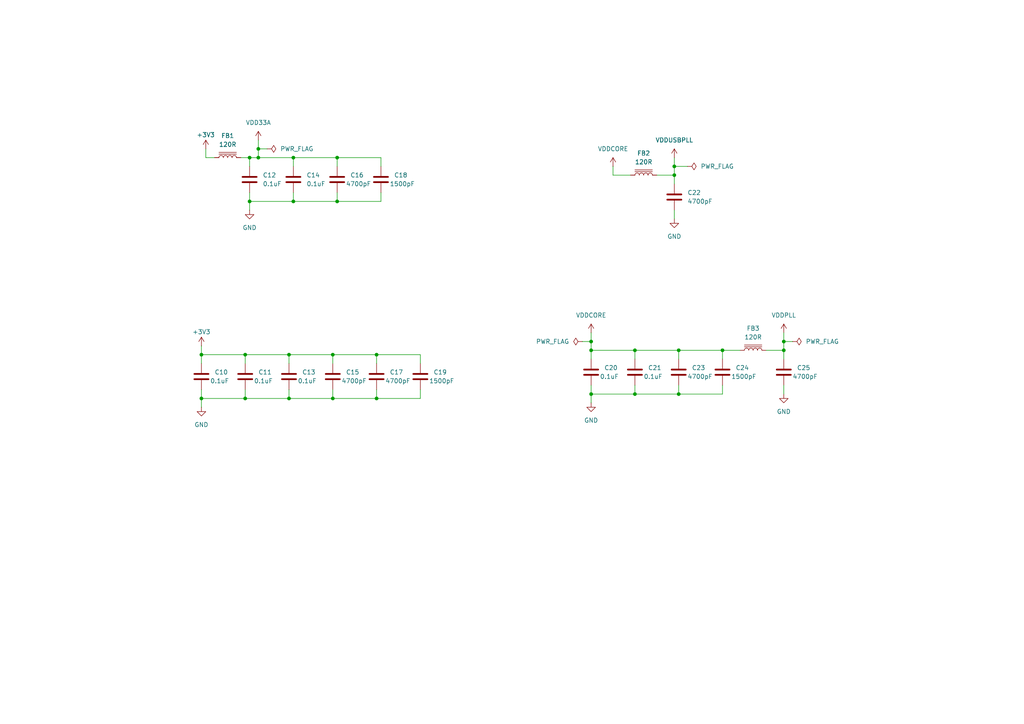
<source format=kicad_sch>
(kicad_sch (version 20250114) (generator "eeschema") (generator_version "9.0")
  (paper "A4")
  (title_block (title "uEther") (rev "rev B"))
  (lib_symbols
    (symbol "Device:C" (pin_numbers (hide yes)) (pin_names (offset 0.254))
      (property "Reference" "C" (at 0.635 2.54 0))
      (property "Value" "C" (at 0.635 -2.54 0))
      (symbol "C_0_1"
        (polyline (pts (xy -2.032 0.762) (xy 2.032 0.762)) (stroke (width 0.508)))
        (polyline (pts (xy -2.032 -0.762) (xy 2.032 -0.762)) (stroke (width 0.508)))
      )
      (symbol "C_1_1"
        (pin passive line (at 0 3.81 270) (length 2.794) (name "~") (number "1"))
        (pin passive line (at 0 -3.81 90) (length 2.794) (name "~") (number "2"))
      )
    )
    (symbol "Device:L_Iron" (pin_numbers (hide yes)) (pin_names (offset 1.016) (hide yes))
      (property "Reference" "L" (at -1.27 0 90))
      (property "Value" "L_Iron" (at 2.794 0 90))
      (symbol "L_Iron_0_1"
        (arc (start 0 2.54) (mid 0.6323 1.905) (end 0 1.27))
        (arc (start 0 1.27) (mid 0.6323 0.635) (end 0 0))
        (arc (start 0 0) (mid 0.6323 -0.635) (end 0 -1.27))
        (arc (start 0 -1.27) (mid 0.6323 -1.905) (end 0 -2.54))
        (polyline (pts (xy 1.016 2.54) (xy 1.016 -2.54)))
        (polyline (pts (xy 1.524 -2.54) (xy 1.524 2.54)))
      )
      (symbol "L_Iron_1_1"
        (pin passive line (at 0 3.81 270) (length 1.27) (name "1") (number "1"))
        (pin passive line (at 0 -3.81 90) (length 1.27) (name "2") (number "2"))
      )
    )
    (symbol "power:+3V3" (power) (pin_numbers (hide yes)) (pin_names (offset 0) (hide yes))
      (property "Value" "+3V3" (at 0 3.556 0))
      (symbol "+3V3_0_1"
        (polyline (pts (xy -0.762 1.27) (xy 0 2.54)))
        (polyline (pts (xy 0 2.54) (xy 0.762 1.27)))
        (polyline (pts (xy 0 0) (xy 0 2.54)))
      )
      (symbol "+3V3_1_1"
        (pin power_in line (at 0 0 90) (length 0) (name "~") (number "1"))
      )
    )
    (symbol "power:GND" (power) (pin_numbers (hide yes)) (pin_names (offset 0) (hide yes))
      (property "Value" "GND" (at 0 -3.81 0))
      (symbol "GND_0_1"
        (polyline (pts (xy 0 0) (xy 0 -1.27) (xy 1.27 -1.27) (xy 0 -2.54) (xy -1.27 -1.27) (xy 0 -1.27)))
      )
      (symbol "GND_1_1"
        (pin power_in line (at 0 0 270) (length 0) (name "~") (number "1"))
      )
    )
    (symbol "power:PWR_FLAG" (power) (pin_numbers (hide yes)) (pin_names (offset 0) (hide yes))
      (property "Value" "PWR_FLAG" (at 0 3.81 0))
      (symbol "PWR_FLAG_0_0"
        (pin power_out line (at 0 0 90) (length 0) (name "~") (number "1"))
      )
      (symbol "PWR_FLAG_0_1"
        (polyline (pts (xy 0 0) (xy 0 1.27) (xy -1.016 1.905) (xy 0 2.54) (xy 1.016 1.905) (xy 0 1.27)))
      )
    )
  )
  (junction (at 97.79 45.72))
  (junction (at 72.39 58.42))
  (junction (at 71.12 102.87))
  (junction (at 83.82 102.87))
  (junction (at 83.82 115.57))
  (junction (at 97.79 58.42))
  (junction (at 195.58 50.8))
  (junction (at 85.09 45.72))
  (junction (at 227.33 101.6))
  (junction (at 109.22 102.87))
  (junction (at 196.85 114.3))
  (junction (at 71.12 115.57))
  (junction (at 171.45 99.06))
  (junction (at 184.15 101.6))
  (junction (at 227.33 99.06))
  (junction (at 74.93 43.18))
  (junction (at 195.58 48.26))
  (junction (at 74.93 45.72))
  (junction (at 96.52 115.57))
  (junction (at 171.45 101.6))
  (junction (at 96.52 102.87))
  (junction (at 109.22 115.57))
  (junction (at 58.42 102.87))
  (junction (at 196.85 101.6))
  (junction (at 209.55 101.6))
  (junction (at 171.45 114.3))
  (junction (at 184.15 114.3))
  (junction (at 85.09 58.42))
  (junction (at 58.42 115.57))
  (junction (at 72.39 45.72))
  (wire (pts (xy 85.09 45.72) (xy 74.93 45.72)))
  (wire (pts (xy 96.52 102.87) (xy 109.22 102.87)))
  (wire (pts (xy 110.49 48.26) (xy 110.49 45.72)))
  (wire (pts (xy 72.39 45.72) (xy 74.93 45.72)))
  (wire (pts (xy 209.55 101.6) (xy 214.63 101.6)))
  (wire (pts (xy 59.69 45.72) (xy 62.23 45.72)))
  (wire (pts (xy 195.58 48.26) (xy 195.58 45.72)))
  (wire (pts (xy 74.93 45.72) (xy 74.93 43.18)))
  (wire (pts (xy 209.55 101.6) (xy 209.55 104.14)))
  (wire (pts (xy 195.58 60.96) (xy 195.58 63.5)))
  (wire (pts (xy 195.58 50.8) (xy 195.58 53.34)))
  (wire (pts (xy 58.42 115.57) (xy 58.42 118.11)))
  (wire (pts (xy 109.22 113.03) (xy 109.22 115.57)))
  (wire (pts (xy 227.33 111.76) (xy 227.33 114.3)))
  (wire (pts (xy 184.15 101.6) (xy 184.15 104.14)))
  (wire (pts (xy 171.45 99.06) (xy 171.45 101.6)))
  (wire (pts (xy 195.58 48.26) (xy 199.39 48.26)))
  (wire (pts (xy 227.33 99.06) (xy 227.33 96.52)))
  (wire (pts (xy 71.12 115.57) (xy 58.42 115.57)))
  (wire (pts (xy 227.33 99.06) (xy 229.87 99.06)))
  (wire (pts (xy 190.5 50.8) (xy 195.58 50.8)))
  (wire (pts (xy 71.12 113.03) (xy 71.12 115.57)))
  (wire (pts (xy 196.85 114.3) (xy 184.15 114.3)))
  (wire (pts (xy 83.82 115.57) (xy 71.12 115.57)))
  (wire (pts (xy 171.45 114.3) (xy 171.45 116.84)))
  (wire (pts (xy 59.69 43.18) (xy 59.69 45.72)))
  (wire (pts (xy 97.79 58.42) (xy 85.09 58.42)))
  (wire (pts (xy 109.22 102.87) (xy 121.92 102.87)))
  (wire (pts (xy 184.15 114.3) (xy 171.45 114.3)))
  (wire (pts (xy 184.15 101.6) (xy 196.85 101.6)))
  (wire (pts (xy 72.39 58.42) (xy 72.39 60.96)))
  (wire (pts (xy 171.45 101.6) (xy 184.15 101.6)))
  (wire (pts (xy 227.33 101.6) (xy 227.33 104.14)))
  (wire (pts (xy 121.92 113.03) (xy 121.92 115.57)))
  (wire (pts (xy 110.49 55.88) (xy 110.49 58.42)))
  (wire (pts (xy 196.85 101.6) (xy 209.55 101.6)))
  (wire (pts (xy 74.93 43.18) (xy 77.47 43.18)))
  (wire (pts (xy 74.93 43.18) (xy 74.93 40.64)))
  (wire (pts (xy 109.22 115.57) (xy 96.52 115.57)))
  (wire (pts (xy 72.39 45.72) (xy 72.39 48.26)))
  (wire (pts (xy 196.85 111.76) (xy 196.85 114.3)))
  (wire (pts (xy 83.82 113.03) (xy 83.82 115.57)))
  (wire (pts (xy 69.85 45.72) (xy 72.39 45.72)))
  (wire (pts (xy 97.79 55.88) (xy 97.79 58.42)))
  (wire (pts (xy 184.15 111.76) (xy 184.15 114.3)))
  (wire (pts (xy 222.25 101.6) (xy 227.33 101.6)))
  (wire (pts (xy 83.82 105.41) (xy 83.82 102.87)))
  (wire (pts (xy 85.09 58.42) (xy 72.39 58.42)))
  (wire (pts (xy 195.58 50.8) (xy 195.58 48.26)))
  (wire (pts (xy 227.33 101.6) (xy 227.33 99.06)))
  (wire (pts (xy 83.82 102.87) (xy 96.52 102.87)))
  (wire (pts (xy 171.45 101.6) (xy 171.45 104.14)))
  (wire (pts (xy 209.55 114.3) (xy 196.85 114.3)))
  (wire (pts (xy 110.49 45.72) (xy 97.79 45.72)))
  (wire (pts (xy 121.92 105.41) (xy 121.92 102.87)))
  (wire (pts (xy 96.52 102.87) (xy 96.52 105.41)))
  (wire (pts (xy 209.55 111.76) (xy 209.55 114.3)))
  (wire (pts (xy 110.49 58.42) (xy 97.79 58.42)))
  (wire (pts (xy 85.09 55.88) (xy 85.09 58.42)))
  (wire (pts (xy 171.45 114.3) (xy 171.45 111.76)))
  (wire (pts (xy 177.8 48.26) (xy 177.8 50.8)))
  (wire (pts (xy 58.42 100.33) (xy 58.42 102.87)))
  (wire (pts (xy 71.12 102.87) (xy 83.82 102.87)))
  (wire (pts (xy 96.52 113.03) (xy 96.52 115.57)))
  (wire (pts (xy 177.8 50.8) (xy 182.88 50.8)))
  (wire (pts (xy 168.91 99.06) (xy 171.45 99.06)))
  (wire (pts (xy 97.79 45.72) (xy 97.79 48.26)))
  (wire (pts (xy 58.42 115.57) (xy 58.42 113.03)))
  (wire (pts (xy 171.45 96.52) (xy 171.45 99.06)))
  (wire (pts (xy 109.22 102.87) (xy 109.22 105.41)))
  (wire (pts (xy 96.52 115.57) (xy 83.82 115.57)))
  (wire (pts (xy 85.09 48.26) (xy 85.09 45.72)))
  (wire (pts (xy 72.39 58.42) (xy 72.39 55.88)))
  (wire (pts (xy 97.79 45.72) (xy 85.09 45.72)))
  (wire (pts (xy 58.42 102.87) (xy 58.42 105.41)))
  (wire (pts (xy 196.85 104.14) (xy 196.85 101.6)))
  (wire (pts (xy 58.42 102.87) (xy 71.12 102.87)))
  (wire (pts (xy 121.92 115.57) (xy 109.22 115.57)))
  (wire (pts (xy 71.12 102.87) (xy 71.12 105.41)))
  (symbol (lib_id "Device:C") (at 196.85 107.95 0) (unit 1)
    (property "Reference" "C23" (at 200.66 106.6799 0) (effects (justify left)))
    (property "Value" "4700pF" (at 199.39 109.22 0) (effects (justify left)))
    (property "Footprint" "Capacitor_SMD:C_0603_1608Metric" (effects (hide yes)))
    (property "Description" "Unpolarized capacitor" (effects (hide yes)))
  )
  (symbol (lib_id "Device:L_Iron") (at 218.44 101.6 90) (unit 1)
    (property "Reference" "FB3" (at 218.44 95.25 90))
    (property "Value" "120R" (at 218.44 97.79 90))
    (property "Footprint" "Inductor_SMD:L_0603_1608Metric" (effects (hide yes)))
    (property "Description" "Inductor with iron core" (effects (hide yes)))
  )
  (symbol (lib_id "power:+3V3") (at 59.69 43.18 0) (unit 1)
    (property "Reference" "#PWR031" (effects (hide yes)))
    (property "Value" "+3V3" (at 59.69 39.116 0))
    (property "Description" "Power symbol creates a global label with name \"+3V3\"" (effects (hide yes)))
  )
  (symbol (lib_id "Device:L_Iron") (at 66.04 45.72 90) (unit 1)
    (property "Reference" "FB1" (at 66.04 39.37 90))
    (property "Value" "120R" (at 66.04 41.91 90))
    (property "Footprint" "Inductor_SMD:L_0603_1608Metric" (effects (hide yes)))
    (property "Description" "Inductor with iron core" (effects (hide yes)))
  )
  (symbol (lib_id "Device:C") (at 109.22 109.22 0) (unit 1)
    (property "Reference" "C17" (at 113.03 107.9499 0) (effects (justify left)))
    (property "Value" "4700pF" (at 111.76 110.49 0) (effects (justify left)))
    (property "Footprint" "Capacitor_SMD:C_0603_1608Metric" (effects (hide yes)))
    (property "Description" "Unpolarized capacitor" (effects (hide yes)))
  )
  (symbol (lib_id "power:PWR_FLAG") (at 199.39 48.26 270) (unit 1)
    (property "Reference" "#FLG04" (effects (hide yes)))
    (property "Value" "PWR_FLAG" (at 203.2 48.2599 90) (effects (justify left)))
    (property "Description" "Special symbol for telling ERC where power comes from" (effects (hide yes)))
  )
  (symbol (lib_id "Device:C") (at 71.12 109.22 0) (unit 1)
    (property "Reference" "C11" (at 74.93 107.9499 0) (effects (justify left)))
    (property "Value" "0.1uF" (at 73.66 110.49 0) (effects (justify left)))
    (property "Footprint" "Capacitor_SMD:C_0603_1608Metric" (effects (hide yes)))
    (property "Description" "Unpolarized capacitor" (effects (hide yes)))
  )
  (symbol (lib_id "Device:C") (at 83.82 109.22 0) (unit 1)
    (property "Reference" "C13" (at 87.63 107.9499 0) (effects (justify left)))
    (property "Value" "0.1uF" (at 86.36 110.49 0) (effects (justify left)))
    (property "Footprint" "Capacitor_SMD:C_0603_1608Metric" (effects (hide yes)))
    (property "Description" "Unpolarized capacitor" (effects (hide yes)))
  )
  (symbol (lib_id "power:+3V3") (at 177.8 48.26 0) (unit 1)
    (property "Reference" "#PWR036" (effects (hide yes)))
    (property "Value" "VDDCORE" (at 177.8 43.18 0))
  )
  (symbol (lib_id "power:PWR_FLAG") (at 168.91 99.06 90) (unit 1)
    (property "Reference" "#FLG03" (effects (hide yes)))
    (property "Value" "PWR_FLAG" (at 165.1 99.0599 90) (effects (justify left)))
    (property "Description" "Special symbol for telling ERC where power comes from" (effects (hide yes)))
  )
  (symbol (lib_id "power:+3V3") (at 195.58 45.72 0) (unit 1)
    (property "Reference" "#PWR037" (effects (hide yes)))
    (property "Value" "VDDUSBPLL" (at 195.58 40.64 0))
  )
  (symbol (lib_id "power:GND") (at 195.58 63.5 0) (unit 1)
    (property "Reference" "#PWR038" (effects (hide yes)))
    (property "Value" "GND" (at 195.58 68.58 0))
    (property "Description" "Power symbol creates a global label with name \"GND\" , ground" (effects (hide yes)))
  )
  (symbol (lib_id "power:GND") (at 227.33 114.3 0) (unit 1)
    (property "Reference" "#PWR040" (effects (hide yes)))
    (property "Value" "GND" (at 227.33 119.38 0))
    (property "Description" "Power symbol creates a global label with name \"GND\" , ground" (effects (hide yes)))
  )
  (symbol (lib_id "power:+3V3") (at 74.93 40.64 0) (unit 1)
    (property "Reference" "#PWR033" (effects (hide yes)))
    (property "Value" "VDD33A" (at 74.93 35.56 0))
  )
  (symbol (lib_id "Device:C") (at 121.92 109.22 0) (unit 1)
    (property "Reference" "C19" (at 125.73 107.9499 0) (effects (justify left)))
    (property "Value" "1500pF" (at 124.46 110.49 0) (effects (justify left)))
    (property "Footprint" "Capacitor_SMD:C_0603_1608Metric" (effects (hide yes)))
    (property "Description" "Unpolarized capacitor" (effects (hide yes)))
  )
  (symbol (lib_id "Device:C") (at 195.58 57.15 0) (unit 1)
    (property "Reference" "C22" (at 199.39 55.8799 0) (effects (justify left)))
    (property "Value" "4700pF" (at 199.39 58.4199 0) (effects (justify left)))
    (property "Footprint" "Capacitor_SMD:C_0603_1608Metric" (effects (hide yes)))
    (property "Description" "Unpolarized capacitor" (effects (hide yes)))
  )
  (symbol (lib_id "Device:C") (at 209.55 107.95 0) (unit 1)
    (property "Reference" "C24" (at 213.36 106.6799 0) (effects (justify left)))
    (property "Value" "1500pF" (at 212.09 109.22 0) (effects (justify left)))
    (property "Footprint" "Capacitor_SMD:C_0603_1608Metric" (effects (hide yes)))
    (property "Description" "Unpolarized capacitor" (effects (hide yes)))
  )
  (symbol (lib_id "power:GND") (at 58.42 118.11 0) (unit 1)
    (property "Reference" "#PWR030" (effects (hide yes)))
    (property "Value" "GND" (at 58.42 123.19 0))
    (property "Description" "Power symbol creates a global label with name \"GND\" , ground" (effects (hide yes)))
  )
  (symbol (lib_id "Device:C") (at 85.09 52.07 0) (unit 1)
    (property "Reference" "C14" (at 88.9 50.7999 0) (effects (justify left)))
    (property "Value" "0.1uF" (at 88.9 53.3399 0) (effects (justify left)))
    (property "Footprint" "Capacitor_SMD:C_0603_1608Metric" (effects (hide yes)))
    (property "Description" "Unpolarized capacitor" (effects (hide yes)))
  )
  (symbol (lib_id "power:GND") (at 72.39 60.96 0) (unit 1)
    (property "Reference" "#PWR032" (effects (hide yes)))
    (property "Value" "GND" (at 72.39 66.04 0))
    (property "Description" "Power symbol creates a global label with name \"GND\" , ground" (effects (hide yes)))
  )
  (symbol (lib_id "Device:C") (at 96.52 109.22 0) (unit 1)
    (property "Reference" "C15" (at 100.33 107.9499 0) (effects (justify left)))
    (property "Value" "4700pF" (at 99.06 110.49 0) (effects (justify left)))
    (property "Footprint" "Capacitor_SMD:C_0603_1608Metric" (effects (hide yes)))
    (property "Description" "Unpolarized capacitor" (effects (hide yes)))
  )
  (symbol (lib_id "Device:C") (at 97.79 52.07 0) (unit 1)
    (property "Reference" "C16" (at 101.6 50.7999 0) (effects (justify left)))
    (property "Value" "4700pF" (at 100.33 53.34 0) (effects (justify left)))
    (property "Footprint" "Capacitor_SMD:C_0603_1608Metric" (effects (hide yes)))
    (property "Description" "Unpolarized capacitor" (effects (hide yes)))
  )
  (symbol (lib_id "Device:C") (at 184.15 107.95 0) (unit 1)
    (property "Reference" "C21" (at 187.96 106.6799 0) (effects (justify left)))
    (property "Value" "0.1uF" (at 186.69 109.22 0) (effects (justify left)))
    (property "Footprint" "Capacitor_SMD:C_0603_1608Metric" (effects (hide yes)))
    (property "Description" "Unpolarized capacitor" (effects (hide yes)))
  )
  (symbol (lib_id "power:GND") (at 171.45 116.84 0) (unit 1)
    (property "Reference" "#PWR035" (effects (hide yes)))
    (property "Value" "GND" (at 171.45 121.92 0))
    (property "Description" "Power symbol creates a global label with name \"GND\" , ground" (effects (hide yes)))
  )
  (symbol (lib_id "Device:C") (at 227.33 107.95 0) (unit 1)
    (property "Reference" "C25" (at 231.14 106.6799 0) (effects (justify left)))
    (property "Value" "4700pF" (at 229.87 109.22 0) (effects (justify left)))
    (property "Footprint" "Capacitor_SMD:C_0603_1608Metric" (effects (hide yes)))
    (property "Description" "Unpolarized capacitor" (effects (hide yes)))
  )
  (symbol (lib_id "Device:C") (at 72.39 52.07 0) (unit 1)
    (property "Reference" "C12" (at 76.2 50.7999 0) (effects (justify left)))
    (property "Value" "0.1uF" (at 76.2 53.3399 0) (effects (justify left)))
    (property "Footprint" "Capacitor_SMD:C_0603_1608Metric" (effects (hide yes)))
    (property "Description" "Unpolarized capacitor" (effects (hide yes)))
  )
  (symbol (lib_id "Device:C") (at 110.49 52.07 0) (unit 1)
    (property "Reference" "C18" (at 114.3 50.7999 0) (effects (justify left)))
    (property "Value" "1500pF" (at 113.03 53.34 0) (effects (justify left)))
    (property "Footprint" "Capacitor_SMD:C_0603_1608Metric" (effects (hide yes)))
    (property "Description" "Unpolarized capacitor" (effects (hide yes)))
  )
  (symbol (lib_id "power:+3V3") (at 171.45 96.52 0) (unit 1)
    (property "Reference" "#PWR034" (effects (hide yes)))
    (property "Value" "VDDCORE" (at 171.45 91.44 0))
  )
  (symbol (lib_id "Device:L_Iron") (at 186.69 50.8 90) (unit 1)
    (property "Reference" "FB2" (at 186.69 44.45 90))
    (property "Value" "120R" (at 186.69 46.99 90))
    (property "Footprint" "Inductor_SMD:L_0603_1608Metric" (effects (hide yes)))
    (property "Description" "Inductor with iron core" (effects (hide yes)))
  )
  (symbol (lib_id "Device:C") (at 171.45 107.95 0) (unit 1)
    (property "Reference" "C20" (at 175.26 106.6799 0) (effects (justify left)))
    (property "Value" "0.1uF" (at 173.99 109.22 0) (effects (justify left)))
    (property "Footprint" "Capacitor_SMD:C_0603_1608Metric" (effects (hide yes)))
    (property "Description" "Unpolarized capacitor" (effects (hide yes)))
  )
  (symbol (lib_id "power:PWR_FLAG") (at 77.47 43.18 270) (unit 1)
    (property "Reference" "#FLG02" (effects (hide yes)))
    (property "Value" "PWR_FLAG" (at 81.28 43.1799 90) (effects (justify left)))
    (property "Description" "Special symbol for telling ERC where power comes from" (effects (hide yes)))
  )
  (symbol (lib_id "Device:C") (at 58.42 109.22 0) (unit 1)
    (property "Reference" "C10" (at 62.23 107.9499 0) (effects (justify left)))
    (property "Value" "0.1uF" (at 60.96 110.49 0) (effects (justify left)))
    (property "Footprint" "Capacitor_SMD:C_0603_1608Metric" (effects (hide yes)))
    (property "Description" "Unpolarized capacitor" (effects (hide yes)))
  )
  (symbol (lib_id "power:+3V3") (at 58.42 100.33 0) (unit 1)
    (property "Reference" "#PWR029" (effects (hide yes)))
    (property "Value" "+3V3" (at 58.42 96.266 0))
    (property "Description" "Power symbol creates a global label with name \"+3V3\"" (effects (hide yes)))
  )
  (symbol (lib_id "power:PWR_FLAG") (at 229.87 99.06 270) (unit 1)
    (property "Reference" "#FLG05" (effects (hide yes)))
    (property "Value" "PWR_FLAG" (at 233.68 99.0599 90) (effects (justify left)))
    (property "Description" "Special symbol for telling ERC where power comes from" (effects (hide yes)))
  )
  (symbol (lib_id "power:+3V3") (at 227.33 96.52 0) (unit 1)
    (property "Reference" "#PWR039" (effects (hide yes)))
    (property "Value" "VDDPLL" (at 227.33 91.44 0))
  )
)
</source>
